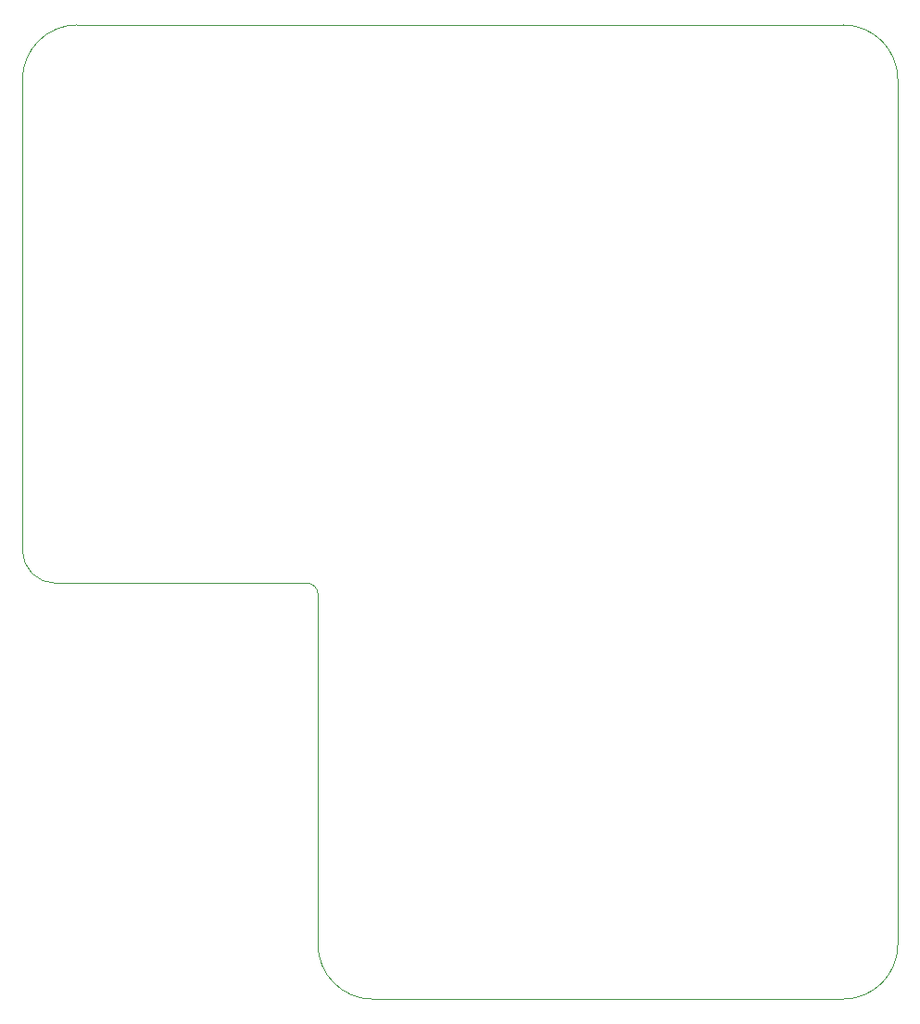
<source format=gbr>
%TF.GenerationSoftware,KiCad,Pcbnew,7.0.6*%
%TF.CreationDate,2023-11-17T16:50:28-08:00*%
%TF.ProjectId,Final_Project_4Layer,46696e61-6c5f-4507-926f-6a6563745f34,1.0*%
%TF.SameCoordinates,Original*%
%TF.FileFunction,Profile,NP*%
%FSLAX46Y46*%
G04 Gerber Fmt 4.6, Leading zero omitted, Abs format (unit mm)*
G04 Created by KiCad (PCBNEW 7.0.6) date 2023-11-17 16:50:28*
%MOMM*%
%LPD*%
G01*
G04 APERTURE LIST*
%TA.AperFunction,Profile*%
%ADD10C,0.100000*%
%TD*%
G04 APERTURE END LIST*
D10*
X176000000Y-111000000D02*
X153000000Y-111000000D01*
X225000000Y-149000000D02*
X182000000Y-149000000D01*
X155000000Y-60000000D02*
X225000000Y-60000000D01*
X225000000Y-149000000D02*
G75*
G03*
X230000000Y-144000000I0J5000000D01*
G01*
X230000000Y-65000000D02*
X230000000Y-144000000D01*
X155000000Y-60000000D02*
G75*
G03*
X150000000Y-65000000I0J-5000000D01*
G01*
X150000000Y-108000000D02*
X150000000Y-65000000D01*
X230000000Y-65000000D02*
G75*
G03*
X225000000Y-60000000I-5000000J0D01*
G01*
X177000000Y-112000000D02*
G75*
G03*
X176000000Y-111000000I-1000000J0D01*
G01*
X150000000Y-108000000D02*
G75*
G03*
X153000000Y-111000000I3000000J0D01*
G01*
X177000000Y-144000000D02*
X177000000Y-112000000D01*
X177000000Y-144000000D02*
G75*
G03*
X182000000Y-149000000I5000000J0D01*
G01*
M02*

</source>
